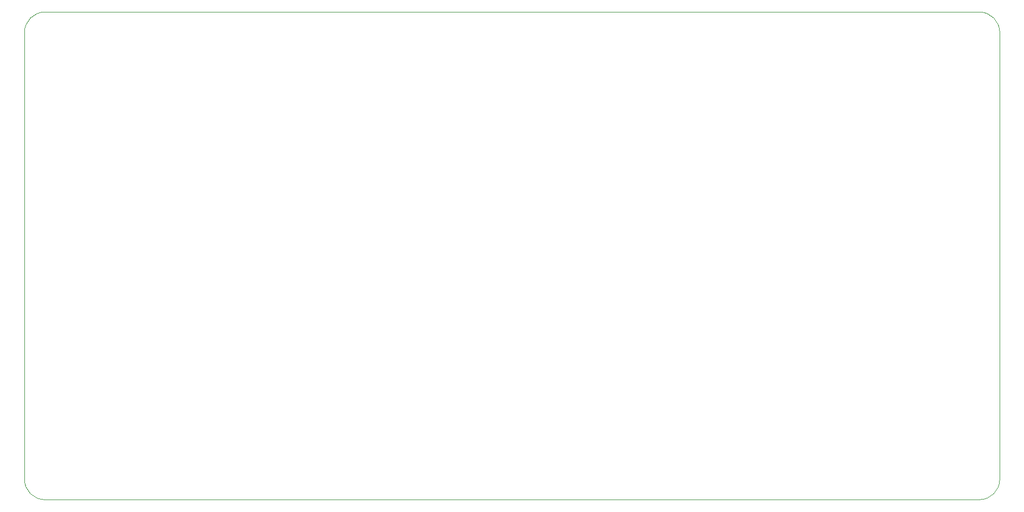
<source format=gm1>
G04 #@! TF.GenerationSoftware,KiCad,Pcbnew,(5.1.10)-1*
G04 #@! TF.CreationDate,2022-04-17T04:08:04-07:00*
G04 #@! TF.ProjectId,DevelopmentBoard,44657665-6c6f-4706-9d65-6e74426f6172,rev?*
G04 #@! TF.SameCoordinates,Original*
G04 #@! TF.FileFunction,Profile,NP*
%FSLAX46Y46*%
G04 Gerber Fmt 4.6, Leading zero omitted, Abs format (unit mm)*
G04 Created by KiCad (PCBNEW (5.1.10)-1) date 2022-04-17 04:08:04*
%MOMM*%
%LPD*%
G01*
G04 APERTURE LIST*
G04 #@! TA.AperFunction,Profile*
%ADD10C,0.038100*%
G04 #@! TD*
G04 APERTURE END LIST*
D10*
X75881000Y-62446000D02*
X80326000Y-62446000D01*
X225106000Y-66891000D02*
X225106000Y-65621000D01*
X217486000Y-62446000D02*
X220661000Y-62446000D01*
X75881000Y-138646000D02*
G75*
G02*
X72706000Y-135471000I0J3175000D01*
G01*
X225106000Y-131026000D02*
X225106000Y-135471000D01*
X220661000Y-62446000D02*
X221931000Y-62446000D01*
X72706000Y-131026000D02*
X72706000Y-135471000D01*
X221931000Y-62446000D02*
G75*
G02*
X225106000Y-65621000I0J-3175000D01*
G01*
X225106000Y-70066000D02*
X225106000Y-66891000D01*
X217486000Y-138646000D02*
X80326000Y-138646000D01*
X72706000Y-65621000D02*
G75*
G02*
X75881000Y-62446000I3175000J0D01*
G01*
X72706000Y-70066000D02*
X72706000Y-131026000D01*
X72706000Y-70066000D02*
X72706000Y-65621000D01*
X225106000Y-70066000D02*
X225106000Y-131026000D01*
X225106000Y-135471000D02*
G75*
G02*
X221931000Y-138646000I-3175000J0D01*
G01*
X80326000Y-62446000D02*
X217486000Y-62446000D01*
X80326000Y-138646000D02*
X75881000Y-138646000D01*
X217486000Y-138646000D02*
X221931000Y-138646000D01*
M02*

</source>
